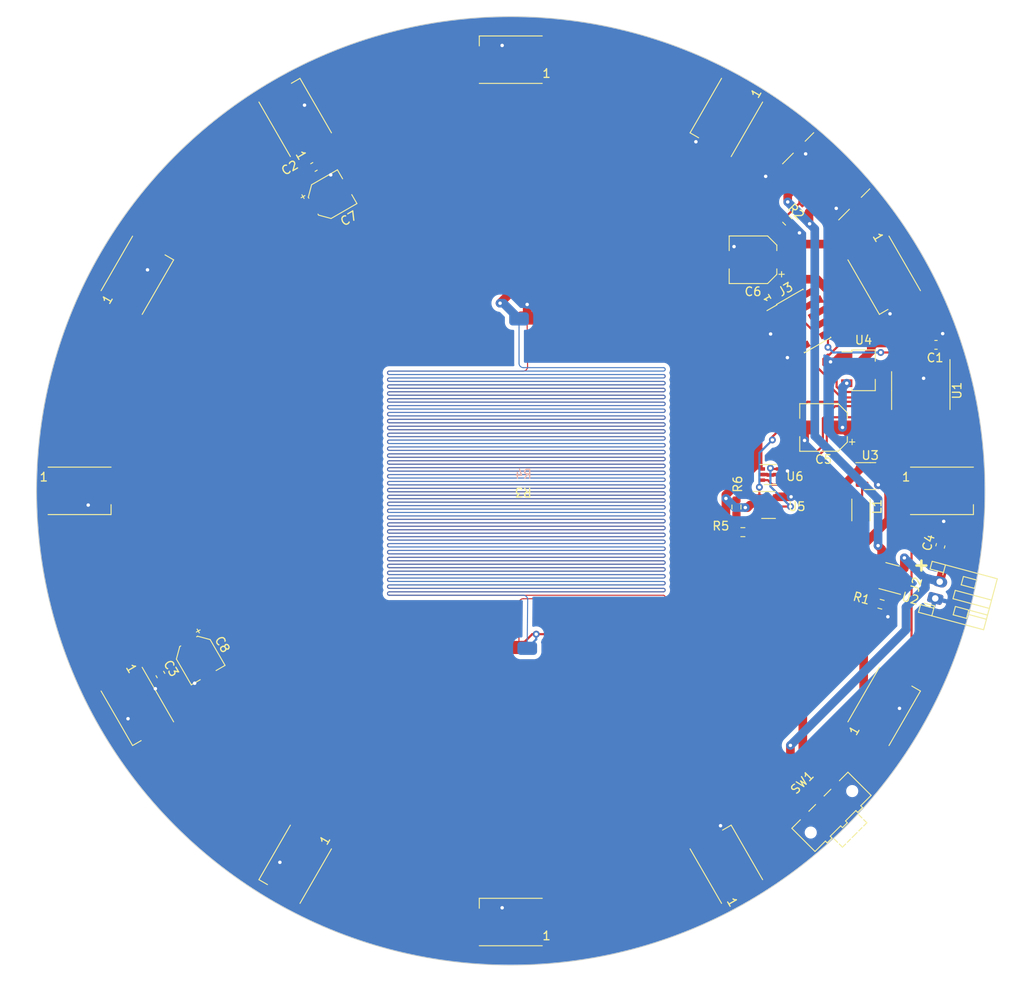
<source format=kicad_pcb>
(kicad_pcb (version 20221018) (generator pcbnew)
  (layers (0 "F.Cu" signal) (31 "B.Cu" signal) (34 "B.Paste" user) (35 "F.Paste" user) (36 "B.SilkS" user "B.Silkscreen") (37 "F.SilkS" user "F.Silkscreen") (38 "B.Mask" user) (39 "F.Mask" user) (44 "Edge.Cuts" user))
  (net 0 "")
  (net 1 "+3V3")
  (net 2 "GND")
  (net 3 "+5V")
  (net 4 "Net-(D1-DOUT)")
  (net 5 "/LED_Data")
  (net 6 "Net-(D2-DOUT)")
  (net 7 "Net-(D3-DOUT)")
  (net 8 "Net-(D4-DOUT)")
  (net 9 "Net-(D4-DIN)")
  (net 10 "Net-(D5-DIN)")
  (net 11 "Net-(D12-DIN)")
  (net 12 "Net-(D7-DIN)")
  (net 13 "Net-(D8-DIN)")
  (net 15 "Net-(D10-DIN)")
  (net 16 "Net-(D11-DIN)")
  (net 27 "/trans")
  (net 28 "/~{RST}")
  (net 29 "/SWDIO")
  (net 31 "/VBat")
  (net 32 "/VUSB")
  (net 33 "/SWCLK")
  (net 34 "Net-(U2-PROG)")
  (net 39 "Net-(J1-CC1)")
  (net 40 "Net-(U5--)")
  (net 41 "/sda")
  (net 42 "Net-(U5-+)")
  (net 43 "/scl")
  (net 44 "Net-(U3-SW)")
  (net 45 "/VBat_switched")
  (footprint "LED_SMD:LED_WS2812B_PLCC4_5.0x5.0mm_P3.2mm" (layer "F.Cu") (at 143.3013 125 60)
    (fp_text reference "D2" hide)
    (fp_text value "WS2812B")
  )
  (footprint "LED_SMD:LED_WS2812B_PLCC4_5.0x5.0mm_P3.2mm" (layer "F.Cu") (at 100 150 180)
    (fp_text reference "D6" hide)
    (fp_text value "WS2812B")
  )
  (footprint "Package_TO_SOT_SMD:SOT-23-5" (layer "F.Cu") (at 143.8629 110.032 165)
    (fp_text reference "U2")
    (fp_text value "LR4054")
  )
  (footprint "Package_TO_SOT_SMD:SOT-89-3" (layer "F.Cu") (at 140.91 86.02)
    (fp_text reference "U4")
    (fp_text value "AMS1117-3.3" hide)
  )
  (footprint "LED_SMD:LED_WS2812B_PLCC4_5.0x5.0mm_P3.2mm" (layer "F.Cu") (at 56.6987 75 60)
    (fp_text reference "D8" hide)
    (fp_text value "WS2812B")
  )
  (footprint "Resistor_SMD:R_0603_1608Metric" (layer "F.Cu") (at 126.915 104.79 180)
    (fp_text reference "R5")
    (fp_text value "9k1")
  )
  (footprint "Capacitor_SMD:C_0603_1608Metric" (layer "F.Cu") (at 149.8194 106.3786 75)
    (fp_text reference "C4")
    (fp_text value "100nf")
  )
  (footprint "Capacitor_SMD:C_0603_1608Metric" (layer "F.Cu") (at 149.31 83.07)
    (fp_text reference "C1")
    (fp_text value "100nf")
  )
  (footprint "LED_SMD:LED_WS2812B_PLCC4_5.0x5.0mm_P3.2mm" (layer "F.Cu") (at 150 100)
    (fp_text reference "D1" hide)
    (fp_text value "WS2812B")
  )
  (footprint "LED_SMD:LED_WS2812B_PLCC4_5.0x5.0mm_P3.2mm" (layer "F.Cu") (at 50 100)
    (fp_text reference "D9" hide)
    (fp_text value "WS2812B")
  )
  (footprint "Capacitor_SMD:CP_Elec_5x3" (layer "F.Cu") (at 128.09 73.2 180)
    (fp_text reference "C6")
    (fp_text value "10uf")
  )
  (footprint "Connector_PinHeader_1.27mm:PinHeader_2x05_P1.27mm_Vertical_SMD" (layer "F.Cu") (at 133.97 80.3 30)
    (fp_text reference "J3")
    (fp_text value "Conn_ARM_JTAG_SWD_10")
  )
  (footprint "Capacitor_SMD:C_0603_1608Metric" (layer "F.Cu") (at 59.3725 121.2988 -60)
    (fp_text reference "C3")
    (fp_text value "100n")
  )
  (footprint "LED_SMD:LED_WS2812B_PLCC4_5.0x5.0mm_P3.2mm" (layer "F.Cu") (at 100 50 180)
    (fp_text reference "D12" hide)
    (fp_text value "WS2812B")
  )
  (footprint "LED_SMD:LED_WS2812B_PLCC4_5.0x5.0mm_P3.2mm" (layer "F.Cu") (at 143.3013 75 -60)
    (fp_text reference "D10" hide)
    (fp_text value "WS2812B")
  )
  (footprint "Package_TO_SOT_SMD:SOT-23-5" (layer "F.Cu") (at 129.8925 101.64)
    (fp_text reference "U5")
    (fp_text value "MCP601R")
  )
  (footprint "Resistor_SMD:R_0603_1608Metric" (layer "F.Cu") (at 142.9331 113.1465 -15)
    (fp_text reference "R1")
    (fp_text value "2k")
  )
  (footprint "LED_SMD:LED_WS2812B_PLCC4_5.0x5.0mm_P3.2mm" (layer "F.Cu") (at 75 56.6987 120)
    (fp_text reference "D7" hide)
    (fp_text value "WS2812B")
  )
  (footprint "Connector_JST:JST_PH_S2B-PH-K_1x02_P2.00mm_Horizontal" (layer "F.Cu") (at 149.2224 112.4719 75)
    (fp_text reference "J2")
    (fp_text value "Conn_01x02_Pin")
  )
  (footprint "LED_SMD:LED_WS2812B_PLCC4_5.0x5.0mm_P3.2mm" (layer "F.Cu") (at 75 143.3013 -120)
    (fp_text reference "D5" hide)
    (fp_text value "WS2812B")
  )
  (footprint "Button_Switch_SMD:SW_SPDT_CK-JS102011SAQN" (layer "F.Cu") (at 137.19 137.22 45)
    (fp_text reference "SW1")
    (fp_text value "SW_SPST")
  )
  (footprint "Package_TO_SOT_SMD:SOT-23" (layer "F.Cu") (at 141.6797 98.2903)
    (fp_text reference "U3")
    (fp_text value "TPS613222ADBZ")
  )
  (footprint "Package_TO_SOT_SMD:SOT-363_SC-70-6" (layer "F.Cu") (at 130.11 98.11)
    (fp_text reference "U6")
    (fp_text value "MCP4017-xxxxLT")
  )
  (footprint "Capacitor_SMD:C_0603_1608Metric" (layer "F.Cu") (at 77.175 62.44 30)
    (fp_text reference "C2")
    (fp_text value "100n")
  )
  (footprint "Resistor_SMD:R_0603_1608Metric" (layer "F.Cu") (at 132.0666 68.6466 -45)
    (fp_text reference "R2")
    (fp_text value "5k1")
  )
  (footprint "LED_SMD:LED_WS2812B_PLCC4_5.0x5.0mm_P3.2mm" (layer "F.Cu") (at 125 143.3013 120)
    (fp_text reference "D3" hide)
    (fp_text value "WS2812B")
  )
  (footprint "Inductor_SMD:L_Murata_DFE201610P" (layer "F.Cu") (at 140.61 102.215 90)
    (fp_text reference "L1")
    (fp_text value "4.7uh")
  )
  (footprint "Capacitor_SMD:CP_Elec_4x3" (layer "F.Cu") (at 79.0712 65.86 30)
    (fp_text reference "C7")
    (fp_text value "4.7u")
  )
  (footprint "Capacitor_SMD:CP_Elec_5x3" (layer "F.Cu") (at 136.27 92.65 180)
    (fp_text reference "C5")
    (fp_text value "10uf" hide)
  )
  (footprint "Capacitor_SMD:CP_Elec_4x3" (layer "F.Cu") (at 63.78 119.4112 -60)
    (fp_text reference "C8")
    (fp_text value "4.7u")
  )
  (footprint "Sensor:strain_gauge" (layer "F.Cu") (at 101.45 99.66 180)
    (fp_text reference "R3")
    (fp_text value "~")
  )
  (footprint "Resistor_SMD:R_0603_1608Metric" (layer "F.Cu") (at 126.17 101.875 -90)
    (fp_text reference "R6")
    (fp_text value "510k")
  )
  (footprint "LED_SMD:LED_WS2812B_PLCC4_5.0x5.0mm_P3.2mm" (layer "F.Cu") (at 56.6987 125 -60)
    (fp_text reference "D4" hide)
    (fp_text value "WS2812B")
  )
  (footprint "Connector_USB:USB_C_Receptacle_GCT_USB4135-GF-A_6P_TopMnt_Horizontal" (layer "F.Cu") (at 136.26 63.8421 135)
    (fp_text reference "J1" hide)
    (fp_text value "USB_C_Receptacle")
  )
  (footprint "Package_SO:TSSOP-20_4.4x6.5mm_P0.65mm" (layer "F.Cu") (at 147.5475 88.375 -90)
    (fp_text reference "U1")
    (fp_text value "STM32G030F6P6")
  )
  (footprint "LED_SMD:LED_WS2812B_PLCC4_5.0x5.0mm_P3.2mm" (layer "F.Cu") (at 125 56.6987 -120)
    (fp_text reference "D11" hide)
    (fp_text value "WS2812B")
  )
  (footprint "Sensor:strain_gauge" (layer "B.Cu") (at 101.46 98.56 180)
    (fp_text reference "R4")
    (fp_text value "~")
  )
  (gr_circle (center 100 100) (end 155 100) (stroke (width 0.1)) (fill none) (layer "Edge.Cuts"))
  (gr_text "+" (at 146.49 109.43) (layer "F.SilkS") (effects (font (size 1.5 1.5) (thickness 0.3) bold) (justify left bottom)))
  (gr_text "1" (at 130.36 77.86 120) (layer "F.SilkS") (effects (font (size 0.7 0.9) (thickness 0.15) bold) (justify left bottom)))
  (segment (start 127.7439 101.64) (end 128.755 101.64) (width 0.601) (layer "F.Cu") (net 1))
  (segment (start 135.4961 75.4584) (end 130.29 75.4584) (width 1) (layer "F.Cu") (net 1))
  (segment (start 142.231 82.8527) (end 142.231 82.1933) (width 1) (layer "F.Cu") (net 1))
  (segment (start 127.4456 101.9383) (end 127.1973 101.9383) (width 1) (layer "F.Cu") (net 1))
  (segment (start 128.6819 77.0665) (end 99.9335 77.0665) (width 1) (layer "F.Cu") (net 1))
  (segment (start 148.5225 84.0743) (end 148.5225 85.5125) (width 0.4006) (layer "F.Cu") (net 1))
  (segment (start 148.5225 83.0825) (end 148.2927 82.8527) (width 1) (layer "F.Cu") (net 1))
  (segment (start 128.7273 97.0273) (end 129.16 97.46) (width 0.3998) (layer "F.Cu") (net 1))
  (segment (start 129.002455 77.0665) (end 128.6819 77.0665) (width 1) (layer "F.Cu") (net 1))
  (segment (start 141.7998 83.7807) (end 141.7998 83.2839) (width 1) (layer "F.Cu") (net 1))
  (segment (start 124.949 103.649) (end 124.949 100.8805) (width 1) (layer "F.Cu") (net 1))
  (segment (start 139.0475 86.02) (end 139.5605 86.02) (width 1) (layer "F.Cu") (net 1))
  (segment (start 128.6819 77.0665) (end 130.29 75.4584) (width 1) (layer "F.Cu") (net 1))
  (segment (start 131.01125 79.075295) (end 129.002455 77.0665) (width 1) (layer "F.Cu") (net 1))
  (segment (start 141.7998 83.2839) (end 142.231 82.8527) (width 1) (layer "F.Cu") (net 1))
  (segment (start 142.231 82.1933) (end 135.4961 75.4584) (width 1) (layer "F.Cu") (net 1))
  (segment (start 130.29 75.4584) (end 130.29 73.2) (width 1) (layer "F.Cu") (net 1))
  (segment (start 148.5225 83.0825) (end 148.5225 84.0743) (width 1) (layer "F.Cu") (net 1))
  (segment (start 124.949 100.8805) (end 124.949 100.4647) (width 1) (layer "F.Cu") (net 1))
  (segment (start 148.535 83.07) (end 148.5225 83.0825) (width 1) (layer "F.Cu") (net 1))
  (segment (start 128.4318 96.9819) (end 128.6819 96.9819) (width 1) (layer "F.Cu") (net 1))
  (segment (start 148.2927 82.8527) (end 142.231 82.8527) (width 1) (layer "F.Cu") (net 1))
  (segment (start 127.7439 101.64) (end 127.4456 101.9383) (width 1) (layer "F.Cu") (net 1))
  (segment (start 99.9335 77.0665) (end 98.76 78.24) (width 1) (layer "F.Cu") (net 1))
  (segment (start 139.5605 86.02) (end 141.7998 83.7807) (width 1) (layer "F.Cu") (net 1))
  (segment (start 128.6819 96.9819) (end 128.6819 77.0665) (width 1) (layer "F.Cu") (net 1))
  (segment (start 126.09 104.79) (end 124.949 103.649) (width 1) (layer "F.Cu") (net 1))
  (segment (start 124.949 100.4647) (end 128.4318 96.9819) (width 1) (layer "F.Cu") (net 1))
  (segment (start 128.6819 96.9819) (end 128.7273 97.0273) (width 1) (layer "F.Cu") (net 1))
  (via (at 98.76 78.24) (size 1) (drill 0.4) (layers "F.Cu" "B.Cu") (net 1))
  (via (at 127.1973 101.9383) (size 1) (drill 0.4) (layers "F.Cu" "B.Cu") (net 1))
  (via (at 124.949 100.8805) (size 1) (drill 0.4) (layers "F.Cu" "B.Cu") (net 1))
  (segment (start 98.76 78.24) (end 99.14 78.24) (width 1) (layer "B.Cu") (net 1))
  (segment (start 127.1973 101.9383) (end 126.0068 101.9383) (width 1) (layer "B.Cu") (net 1))
  (segment (start 126.0068 101.9383) (end 124.949 100.8805) (width 1) (layer "B.Cu") (net 1))
  (segment (start 99.14 78.24) (end 100.96 80.06) (width 1) (layer "B.Cu") (net 1))
  (segment (start 147.8725 85.5125) (end 147.8725 86.9507) (width 0.4006) (layer "F.Cu") (net 2))
  (segment (start 138.7508 68.599) (end 138.7509 68.599) (width 1) (layer "F.Cu") (net 2))
  (segment (start 133.195295 83.474705) (end 132.12 84.55) (width 1) (layer "F.Cu") (net 2))
  (segment (start 136.0602 67.9309) (end 136.9796 67.0115) (width 1) (layer "F.Cu") (net 2))
  (segment (start 150.02 105.63) (end 150.02 103.723) (width 1) (layer "F.Cu") (net 2))
  (segment (start 138.7508 68.0654) (end 138.7508 68.599) (width 1) (layer "F.Cu") (net 2))
  (segment (start 150.02 103.723) (end 150.2037 103.5393) (width 1) (layer "F.Cu") (net 2))
  (segment (start 129.7228 98.11) (end 129.7787 98.1659) (width 0.3998) (layer "F.Cu") (net 2))
  (segment (start 125.89 71.6759) (end 125.89 73.2) (width 1) (layer "F.Cu") (net 2))
  (segment (start 129.7927 63.5303) (end 130.3998 64.1374) (width 1) (layer "F.Cu") (net 2))
  (segment (start 130.4414 98.1659) (end 130.4973 98.11) (width 0.3998) (layer "F.Cu") (net 2))
  (segment (start 72.3461 144.5981) (end 73.2253 143.0753) (width 1) (layer "F.Cu") (net 2))
  (segment (start 125.2039 140.3545) (end 124.3247 138.8318) (width 1) (layer "F.Cu") (net 2))
  (segment (start 132.0853 97.6955) (end 131.785 97.9958) (width 0.3998) (layer "F.Cu") (net 2))
  (segment (start 143.68 113.310037) (end 143.729989 113.360026) (width 0.25) (layer "F.Cu") (net 2))
  (segment (start 63.341 122.309) (end 64.68 120.97) (width 1) (layer "F.Cu") (net 2))
  (segment (start 138.96 84.52) (end 138.13 84.52) (width 1) (layer "F.Cu") (net 2))
  (segment (start 101.9 78.3865) (end 101.9 79.96) (width 1) (layer "F.Cu") (net 2))
  (segment (start 130.428 64.1374) (end 131.2519 64.9612) (width 1) (layer "F.Cu") (net 2))
  (segment (start 138.7508 68.0654) (end 139.2846 68.0654) (width 1) (layer "F.Cu") (net 2))
  (segment (start 145.9552 123.7032) (end 145.076 125.226) (width 1) (layer "F.Cu") (net 2))
  (segment (start 137.7432 67.2413) (end 137.2094 67.2413) (width 1) (layer "F.Cu") (net 2))
  (segment (start 133.55125 83.474705) (end 133.255295 83.474705) (width 1) (layer "F.Cu") (net 2))
  (segment (start 97.55 148.35) (end 99.0001 148.35) (width 1) (layer "F.Cu") (net 2))
  (segment (start 152.45 101.65) (end 151.725 101.65) (width 1) (layer "F.Cu") (net 2))
  (segment (start 79.124 63.3303) (end 77.8462 62.0525) (width 1) (layer "F.Cu") (net 2))
  (segment (start 79.124 63.358) (end 80.63 64.864) (width 1) (layer "F.Cu") (net 2))
  (segment (start 97.55 48.35) (end 99.0001 48.35) (width 1) (layer "F.Cu") (net 2))
  (segment (start 143.0974 77.9468) (end 143.9766 79.4695) (width 1) (layer "F.Cu") (net 2))
  (segment (start 58.6857 74.3701) (end 59.3526 73.7032) (width 1) (layer "F.Cu") (net 2))
  (segment (start 143.73 113.36) (end 143.73 114.5999) (width 1) (layer "F.Cu") (net 2))
  (segment (start 58.7859 122.9441) (end 59.76 121.97) (width 1) (layer "F.Cu") (net 2))
  (segment (start 129.7787 98.1659) (end 130.4414 98.1659) (width 0.3998) (layer "F.Cu") (net 2))
  (segment (start 144.961641 110.326407) (end 144.178766 110.326407) (width 0.25) (layer "F.Cu") (net 2))
  (segment (start 131.64625 80.175148) (end 131.64625 80.64) (width 1) (layer "F.Cu") (net 2))
  (segment (start 132.505 100.69) (end 131.03 100.69) (width 1) (layer "F.Cu") (net 2))
  (segment (start 143.68 110.825173) (end 143.68 113.310037) (width 0.25) (layer "F.Cu") (net 2))
  (segment (start 57.8735 74.3701) (end 58.6857 74.3701) (width 1) (layer "F.Cu") (net 2))
  (segment (start 129.5584 63.5303) (end 129.7927 63.5303) (width 1) (layer "F.Cu") (net 2))
  (segment (start 137.7785 69.5714) (end 138.7509 68.599) (width 1) (layer "F.Cu") (net 2))
  (segment (start 122.3461 57.9955) (end 121.4669 59.5183) (width 1) (layer "F.Cu") (net 2))
  (segment (start 150.085 81.7682) (end 150.085 83.07) (width 1) (layer "F.Cu") (net 2))
  (segment (start 130.665 81.275) (end 130.13 81.81) (width 1) (layer "F.Cu") (net 2))
  (segment (start 132.1712 64.0419) (end 131.2519 64.9612) (width 1) (layer "F.Cu") (net 2))
  (segment (start 133.255295 83.474705) (end 133.195295 83.474705) (width 1) (layer "F.Cu") (net 2))
  (segment (start 130.3998 64.1374) (end 130.428 64.1374) (width 1) (layer "F.Cu") (net 2))
  (segment (start 132.28125 81.275) (end 130.665 81.275) (width 1) (layer "F.Cu") (net 2))
  (segment (start 52.45 101.65) (end 50.9999 101.65) (width 1) (layer "F.Cu") (net 2))
  (segment (start 137.2094 67.2413) (end 136.9796 67.0115) (width 1) (layer "F.Cu") (net 2))
  (segment (start 140.31 67.04) (end 139.2846 68.0654) (width 1) (layer "F.Cu") (net 2))
  (segment (start 132.65 69.2572) (end 132.65 69.23) (width 1) (layer "F.Cu") (net 2))
  (segment (start 130.5307 62.3236) (end 129.5584 63.2959) (width 1) (layer "F.Cu") (net 2))
  (segment (start 131.64625 80.64) (end 132.28125 81.275) (width 1) (layer "F.Cu") (net 2))
  (segment (start 75.2039 53.7519) (end 76.0831 55.2748) (width 1) (layer "F.Cu") (net 2))
  (segment (start 129.5584 63.5303) (end 129.5584 63.296) (width 1) (layer "F.Cu") (net 2))
  (segment (start 137.9267 67.2413) (end 137.7432 67.2413) (width 1) (layer "F.Cu") (net 2))
  (segment (start 144.178766 110.326407) (end 143.68 110.825173) (width 0.25) (layer "F.Cu") (net 2))
  (segment (start 138.13 84.52) (end 137.61 85.04) (width 1) (layer "F.Cu") (net 2))
  (segment (start 129.16 98.11) (end 129.7228 98.11) (width 0.3998) (layer "F.Cu") (net 2))
  (segment (start 150.2037 103.1713) (end 151.725 101.65) (width 1) (layer "F.Cu") (net 2))
  (segment (start 142.6172 98.2903) (end 142.6172 99.295) (width 1) (layer "F.Cu") (net 2))
  (segment (start 131.06 98.11) (end 131.785 98.11) (width 0.3998) (layer "F.Cu") (net 2))
  (segment (start 133.0621 59.7921) (end 134.1936 60.9236) (width 1) (layer "F.Cu") (net 2))
  (segment (start 80.63 64.864) (end 80.63 64.96) (width 1) (layer "F.Cu") (net 2))
  (segment (start 79.124 63.358) (end 79.124 63.3303) (width 1) (layer "F.Cu") (net 2))
  (segment (start 134.07 92.65) (end 134.07 94.1553) (width 1) (layer "F.Cu") (net 2))
  (segment (start 131.785 97.9958) (end 131.785 98.11) (width 0.3998) (layer "F.Cu") (net 2))
  (segment (start 150.2037 103.5393) (end 150.2037 103.1713) (width 1) (layer "F.Cu") (net 2))
  (segment (start 129.5584 63.296) (end 129.5584 63.2959) (width 1) (layer "F.Cu") (net 2))
  (segment (start 130.4973 98.11) (end 131.06 98.11) (width 0.3998) (layer "F.Cu") (net 2))
  (segment (start 133.4762 70.0834) (end 132.65 69.2572) (width 1) (layer "F.Cu") (net 2))
  (segment (start 138.7508 68.0654) (end 137.9267 67.2413) (width 1) (layer "F.Cu") (net 2))
  (segment (start 56.4948 127.9468) (end 55.6156 126.4239) (width 1) (layer "F.Cu") (net 2))
  (segment (start 132.12 84.55) (end 132.08 84.55) (width 1) (layer "F.Cu") (net 2))
  (segment (start 137.61 85.04) (end 137.08 85.04) (width 1) (layer "F.Cu") (net 2))
  (via (at 58.7859 122.9441) (size 1) (drill 0.4) (layers "F.Cu" "B.Cu") (net 2))
  (via (at 145.076 125.226) (size 1) (drill 0.4) (layers "F.Cu" "B.Cu") (net 2))
  (via (at 130.13 81.81) (size 1) (drill 0.4) (layers "F.Cu" "B.Cu") (net 2))
  (via (at 99.0001 48.35) (size 1) (drill 0.4) (layers "F.Cu" "B.Cu") (net 2))
  (via (at 99.0001 148.35) (size 1) (drill 0.4) (layers "F.Cu" "B.Cu") (net 2))
  (via (at 143.9766 79.4695) (size 1) (drill 0.4) (layers "F.Cu" "B.Cu") (net 2))
  (via (at 132.08 84.55) (size 1) (drill 0.4) (layers "F.Cu" "B.Cu") (net 2))
  (via (at 150.2037 103.5393) (size 1) (drill 0.4) (layers "F.Cu" "B.Cu") (net 2))
  (via (at 50.9999 101.65) (size 1) (drill 0.4) (layers "F.Cu" "B.Cu") (net 2))
  (via (at 129.5584 63.5303) (size 1) (drill 0.4) (layers "F.Cu" "B.Cu") (net 2))
  (via (at 134.07 94.1553) (size 1) (drill 0.4) (layers "F.Cu" "B.Cu") (net 2))
  (via (at 76.0831 55.2748) (size 1) (drill 0.4) (layers "F.Cu" "B.Cu") (net 2))
  (via (at 124.3247 138.8318) (size 1) (drill 0.4) (layers "F.Cu" "B.Cu") (net 2))
  (via (at 143.73 114.5999) (size 1) (drill 0.4) (layers "F.Cu" "B.Cu") (net 2))
  (via (at 125.89 71.6759) (size 1) (drill 0.4) (layers "F.Cu" "B.Cu") (net 2))
  (via (at 150.085 81.7682) (size 1) (drill 0.4) (layers "F.Cu" "B.Cu") (net 2))
  (via (at 132.505 100.69) (size 1) (drill 0.4) (layers "F.Cu" "B.Cu") (net 2))
  (via (at 55.6156 126.4239) (size 1) (drill 0.4) (layers "F.Cu" "B.Cu") (net 2))
  (via (at 137.7432 67.2413) (size 1) (drill 0.4) (layers "F.Cu" "B.Cu") (net 2))
  (via (at 132.0853 97.6955) (size 1) (drill 0.4) (layers "F.Cu" "B.Cu") (net 2))
  (via (at 121.4669 59.5183) (size 1) (drill 0.4) (layers "F.Cu" "B.Cu") (net 2))
  (via (at 73.2253 143.0753) (size 1) (drill 0.4) (layers "F.Cu" "B.Cu") (net 2))
  (via (at 142.6172 99.295) (size 1) (drill 0.4) (layers "F.Cu" "B.Cu") (net 2))
  (via (at 134.1936 60.9236) (size 1) (drill 0.4) (layers "F.Cu" "B.Cu") (net 2))
  (via (at 133.4762 70.0834) (size 1) (drill 0.4) (layers "F.Cu" "B.Cu") (net 2))
  (via (at 57.8735 74.3701) (size 1) (drill 0.4) (layers "F.Cu" "B.Cu") (net 2))
  (via (at 63.341 122.309) (size 1) (drill 0.4) (layers "F.Cu" "B.Cu") (net 2))
  (via (at 147.8725 86.9507) (size 1) (drill 0.4) (layers "F.Cu" "B.Cu") (net 2))
  (via (at 101.9 78.3865) (size 1) (drill 0.4) (layers "F.Cu" "B.Cu") (net 2))
  (via (at 137.08 85.04) (size 1) (drill 0.4) (layers "F.Cu" "B.Cu") (net 2))
  (via (at 79.124 63.358) (size 1) (drill 0.4) (layers "F.Cu" "B.Cu") (net 2))
  (segment (start 63.2137 79.5458) (end 56.2532 79.5458) (width 1) (layer "F.Cu") (net 3))
  (segment (start 125.4776 61.2678) (end 125.4776 63.811) (width 1) (layer "F.Cu") (net 3))
  (segment (start 144.2926 99.7922) (end 144.2926 99.0049) (width 1) (layer "F.Cu") (net 3))
  (segment (start 102.45 151.65) (end 103.9001 151.65) (width 1) (layer "F.Cu") (net 3))
  (segment (start 53.4737 78.1277) (end 53.1656 77.8196) (width 1) (layer "F.Cu") (net 3))
  (segment (start 54.0448 76.2968) (end 53.1656 77.8196) (width 1) (layer "F.Cu") (net 3))
  (segment (start 60.1618 120.5706) (end 62.1029 122.5118) (width 1) (layer "F.Cu") (net 3))
  (segment (start 103.9001 147.61) (end 109.0768 142.4333) (width 1) (layer "F.Cu") (net 3))
  (segment (start 120.8795 142.4333) (end 120.8795 117.0777) (width 1) (layer "F.Cu") (net 3))
  (segment (start 143.8174 103.3598) (end 143.8174 100.3288) (width 1) (layer "F.Cu") (net 3))
  (segment (start 59.042 120.5706) (end 60.1617 120.5706) (width 1) (layer "F.Cu") (net 3))
  (segment (start 103.9001 147.61) (end 103.9001 151.65) (width 1) (layer "F.Cu") (net 3))
  (segment (start 120.8795 142.4333) (end 123.1715 144.7253) (width 1) (layer "F.Cu") (net 3))
  (segment (start 56.9026 122.0532) (end 56.0234 120.5305) (width 1) (layer "F.Cu") (net 3))
  (segment (start 62.1029 122.5118) (end 62.1029 122.7948) (width 1) (layer "F.Cu") (net 3))
  (segment (start 54.8351 78.1277) (end 53.4737 78.1277) (width 1) (layer "F.Cu") (net 3))
  (segment (start 102.45 51.65) (end 103.9001 51.65) (width 1) (layer "F.Cu") (net 3))
  (segment (start 109.0768 142.4333) (end 120.8795 142.4333) (width 1) (layer "F.Cu") (net 3))
  (segment (start 141.0076 97.0749) (end 140.7422 97.3403) (width 1) (layer "F.Cu") (net 3))
  (segment (start 56.2532 79.5458) (end 54.8351 78.1277) (width 1) (layer "F.Cu") (net 3))
  (segment (start 140.9222 106.255) (end 143.8174 103.3598) (width 1) (layer "F.Cu") (net 3))
  (segment (start 56.1005 99.7502) (end 53.5502 97.1999) (width 1) (layer "F.Cu") (net 3))
  (segment (start 140.6169 97.3403) (end 140.7422 97.3403) (width 1) (layer "F.Cu") (net 3))
  (segment (start 60.1617 120.5706) (end 60.1618 120.5706) (width 1) (layer "F.Cu") (net 3))
  (segment (start 78.5331 139.225) (end 78.5331 140.4817) (width 1) (layer "F.Cu") (net 3))
  (segment (start 78.5331 140.4817) (end 96.7718 140.4817) (width 1) (layer "F.Cu") (net 3))
  (segment (start 76.5038 66.2557) (end 63.2137 79.5458) (width 1) (layer "F.Cu") (net 3))
  (segment (start 75.6752 61.1683) (end 75.6753 61.1682) (width 1) (layer "F.Cu") (net 3))
  (segment (start 77.5124 66.76) (end 77.0081 66.76) (width 1) (layer "F.Cu") (net 3))
  (segment (start 56.2532 79.5458) (end 56.2532 94.4969) (width 1) (layer "F.Cu") (net 3))
  (segment (start 141.0076 95.1876) (end 138.47 92.65) (width 1) (layer "F.Cu") (net 3))
  (segment (start 58.8108 120.4534) (end 56.1005 120.4534) (width 1) (layer "F.Cu") (net 3))
  (segment (start 125.4776 63.811) (end 133.0518 71.3852) (width 1) (layer "F.Cu") (net 3))
  (segment (start 144.2926 99.0049) (end 144.7838 98.5137) (width 1) (layer "F.Cu") (net 3))
  (segment (start 56.1005 120.4534) (end 56.0234 120.5305) (width 1) (layer "F.Cu") (net 3))
  (segment (start 141.0076 97.0749) (end 141.0076 95.1876) (width 1) (layer "F.Cu") (net 3))
  (segment (start 62.88 117.8524) (end 60.1618 120.5706) (width 1) (layer "F.Cu") (net 3))
  (segment (start 75.6753 61.1682) (end 77.5 60.22) (width 1) (layer "F.Cu") (net 3))
  (segment (start 62.1029 122.7948) (end 78.5331 139.225) (width 1) (layer "F.Cu") (net 3))
  (segment (start 143.3449 97.0749) (end 141.0076 97.0749) (width 1) (layer "F.Cu") (net 3))
  (segment (start 56.2532 94.4969) (end 53.5502 97.1999) (width 1) (layer "F.Cu") (net 3))
  (segment (start 50.1502 97.1999) (end 49.0001 98.35) (width 1) (layer "F.Cu") (net 3))
  (segment (start 120.8795 117.0777) (end 140.6169 97.3403) (width 1) (layer "F.Cu") (net 3))
  (segment (start 141.7713 71.3852) (end 142.626 70.5305) (width 1) (layer "F.Cu") (net 3))
  (segment (start 76.5038 62.8275) (end 75.6752 61.9989) (width 1) (layer "F.Cu") (net 3))
  (segment (start 124.7961 146.2481) (end 123.9169 144.7252) (width 1) (layer "F.Cu") (net 3))
  (segment (start 103.9001 51.65) (end 113.5179 61.2678) (width 1) (layer "F.Cu") (net 3))
  (segment (start 53.5502 97.1999) (end 50.1502 97.1999) (width 1) (layer "F.Cu") (net 3))
  (segment (start 143.8175 100.2673) (end 144.2926 99.7922) (width 1) (layer "F.Cu") (net 3))
  (segment (start 91.8505 60.7994) (end 100.9999 51.65) (width 1) (layer "F.Cu") (net 3))
  (segment (start 100.9999 51.65) (end 102.45 51.65) (width 1) (layer "F.Cu") (net 3))
  (segment (start 77.0081 66.76) (end 76.5038 66.2557) (width 1) (layer "F.Cu") (net 3))
  (segment (start 113.5179 61.2678) (end 125.4776 61.2678) (width 1) (layer "F.Cu") (net 3))
  (segment (start 47.55 98.35) (end 49.0001 98.35) (width 1) (layer "F.Cu") (net 3))
  (segment (start 126.7747 59.9707) (end 126.7747 56.9247) (width 1) (layer "F.Cu") (net 3))
  (segment (start 58.985 120.6276) (end 58.8108 120.4534) (width 1) (layer "F.Cu") (net 3))
  (segment (start 141.5266 124.774) (end 140.9222 124.1696) (width 1) (layer "F.Cu") (net 3))
  (segment (start 143.8175 100.3287) (end 143.8175 100.2673) (width 1) (layer "F.Cu") (net 3))
  (segment (start 147.55 98.35) (end 146.0999 98.35) (width 1) (layer "F.Cu") (net 3))
  (segment (start 144.9475 98.35) (end 146.0999 98.35) (width 1) (layer "F.Cu") (net 3))
  (segment (start 75.6752 61.9989) (end 75.6752 61.1683) (width 1) (layer "F.Cu") (net 3))
  (segment (start 140.9222 124.1696) (end 140.9222 106.255) (width 1) (layer "F.Cu") (net 3))
  (segment (start 133.0518 71.3852) (end 141.7713 71.3852) (width 1) (layer "F.Cu") (net 3))
  (segment (start 77.6539 142.0045) (end 78.5331 140.4817) (width 1) (layer "F.Cu") (net 3))
  (segment (start 143.5052 72.0532) (end 142.626 70.5305) (width 1) (layer "F.Cu") (net 3))
  (segment (start 96.7718 140.4817) (end 103.9001 147.61) (width 1) (layer "F.Cu") (net 3))
  (segment (start 123.1715 144.7253) (end 123.9168 144.7253) (width 1) (layer "F.Cu") (net 3))
  (segment (start 140.6474 126.2968) (end 141.5266 124.774) (width 1) (layer "F.Cu") (net 3))
  (segment (start 144.7838 98.5137) (end 144.9475 98.35) (width 1) (layer "F.Cu") (net 3))
  (segment (start 56.1005 120.4534) (end 56.1005 99.7502) (width 1) (layer "F.Cu") (net 3))
  (segment (start 77.5 60.22) (end 91.8505 60.7994) (width 1) (layer "F.Cu") (net 3))
  (segment (start 127.6539 55.4019) (end 126.7747 56.9247) (width 1) (layer "F.Cu") (net 3))
  (segment (start 74.7961 59.6455) (end 75.6753 61.1682) (width 1) (layer "F.Cu") (net 3))
  (segment (start 58.985 120.6276) (end 59.042 120.5706) (width 1) (layer "F.Cu") (net 3))
  (segment (start 143.8174 100.3288) (end 143.8175 100.3287) (width 1) (layer "F.Cu") (net 3))
  (segment (start 76.5038 66.2557) (end 76.5038 62.8275) (width 1) (layer "F.Cu") (net 3))
  (segment (start 123.9168 144.7253) (end 123.9169 144.7252) (width 1) (layer "F.Cu") (net 3))
  (segment (start 125.4776 61.2678) (end 126.7747 59.9707) (width 1) (layer "F.Cu") (net 3))
  (segment (start 144.7838 98.5137) (end 143.3449 97.0749) (width 1) (layer "F.Cu") (net 3))
  (via (at 138.47 92.65) (size 1) (drill 0.4) (layers "F.Cu" "B.Cu") (net 3))
  (via (at 138.96 87.52) (size 1) (drill 0.4) (layers "F.Cu" "B.Cu") (net 3))
  (segment (start 138.47 88.01) (end 138.96 87.52) (width 1) (layer "B.Cu") (net 3))
  (segment (start 138.47 92.65) (end 138.47 88.01) (width 1) (layer "B.Cu") (net 3))
  (segment (start 143.0974 122.0532) (end 143.7388 120.9422) (width 0.25) (layer "F.Cu") (net 4))
  (segment (start 147.55 101.65) (end 146.4749 101.65) (width 0.25) (layer "F.Cu") (net 4))
  (segment (start 146.4749 101.65) (end 146.4749 118.2061) (width 0.25) (layer "F.Cu") (net 4))
  (segment (start 146.4749 118.2061) (end 143.7388 120.9422) (width 0.25) (layer "F.Cu") (net 4))
  (segment (start 151.3749 98.35) (end 147.2225 94.1976) (width 0.25) (layer "F.Cu") (net 5))
  (segment (start 147.2225 94.1976) (end 147.2225 91.2375) (width 0.25) (layer "F.Cu") (net 5))
  (segment (start 152.45 98.35) (end 151.3749 98.35) (width 0.25) (layer "F.Cu") (net 5))
  (segment (start 124.0986 142.0045) (end 130.7524 142.0045) (width 0.25) (layer "F.Cu") (net 6))
  (segment (start 122.3461 142.0045) (end 122.9876 143.1155) (width 0.25) (layer "F.Cu") (net 6))
  (segment (start 142.8638 129.8931) (end 142.8638 129.0578) (width 0.25) (layer "F.Cu") (net 6))
  (segment (start 122.9876 143.1155) (end 124.0986 142.0045) (width 0.25) (layer "F.Cu") (net 6))
  (segment (start 143.5052 127.9468) (end 142.8638 129.0578) (width 0.25) (layer "F.Cu") (net 6))
  (segment (start 130.7524 142.0045) (end 142.8638 129.8931) (width 0.25) (layer "F.Cu") (net 6))
  (segment (start 126.7924 145.9168) (end 128.0877 145.9168) (width 0.25) (layer "F.Cu") (net 7))
  (segment (start 128.0877 145.9168) (end 128.2954 145.7091) (width 0.25) (layer "F.Cu") (net 7))
  (segment (start 125.1698 147.5394) (end 126.7924 145.9168) (width 0.25) (layer "F.Cu") (net 7))
  (segment (start 127.6539 144.5981) (end 128.2954 145.7091) (width 0.25) (layer "F.Cu") (net 7))
  (segment (start 118.9438 147.5394) (end 125.1698 147.5394) (width 0.25) (layer "F.Cu") (net 7))
  (segment (start 97.55 151.65) (end 98.6251 151.65) (width 0.25) (layer "F.Cu") (net 7))
  (segment (start 114.0025 152.4807) (end 118.9438 147.5394) (width 0.25) (layer "F.Cu") (net 7))
  (segment (start 98.6251 151.65) (end 99.4558 152.4807) (width 0.25) (layer "F.Cu") (net 7))
  (segment (start 99.4558 152.4807) (end 114.0025 152.4807) (width 0.25) (layer "F.Cu") (net 7))
  (segment (start 53.5251 122.4704) (end 53.5251 98.35) (width 0.25) (layer "F.Cu") (net 8))
  (segment (start 54.0448 123.7032) (end 53.4033 122.5922) (width 0.25) (layer "F.Cu") (net 8))
  (segment (start 52.45 98.35) (end 53.5251 98.35) (width 0.25) (layer "F.Cu") (net 8))
  (segment (start 53.4033 122.5922) (end 53.5251 122.4704) (width 0.25) (layer "F.Cu") (net 8))
  (segment (start 59.9941 127.4078) (end 61.8494 127.4078) (width 0.25) (layer "F.Cu") (net 9))
  (segment (start 61.8494 127.4078) (end 74.7961 140.3545) (width 0.25) (layer "F.Cu") (net 9))
  (segment (start 59.3526 126.2968) (end 59.9941 127.4078) (width 0.25) (layer "F.Cu") (net 9))
  (segment (start 102.45 148.35) (end 101.3749 148.35) (width 0.25) (layer "F.Cu") (net 10))
  (segment (start 75.8454 145.137) (end 76.9565 146.2481) (width 0.25) (layer "F.Cu") (net 10))
  (segment (start 75.2039 146.2481) (end 75.8454 145.137) (width 0.25) (layer "F.Cu") (net 10))
  (segment (start 76.9565 146.2481) (end 99.273 146.2481) (width 0.25) (layer "F.Cu") (net 10))
  (segment (start 99.273 146.2481) (end 101.3749 148.35) (width 0.25) (layer "F.Cu") (net 10))
  (segment (start 77.653942 57.995462) (end 90.1294 57.9955) (width 0.25) (layer "F.Cu") (net 11))
  (segment (start 96.4749 51.65) (end 97.55 51.65) (width 0.25) (layer "F.Cu") (net 11))
  (segment (start 90.1294 57.9955) (end 96.4749 51.65) (width 0.25) (layer "F.Cu") (net 11))
  (segment (start 72.3461 57.1544) (end 72.3461 62.1512) (width 0.25) (layer "F.Cu") (net 12))
  (segment (start 57.6615 76.8358) (end 57.5442 76.8358) (width 0.25) (layer "F.Cu") (net 12))
  (segment (start 57.5442 76.8358) (end 57.5441 76.8357) (width 0.25) (layer "F.Cu") (net 12))
  (segment (start 72.3461 62.1512) (end 57.6615 76.8358) (width 0.25) (layer "F.Cu") (net 12))
  (segment (start 72.9876 56.5129) (end 72.3461 57.1544) (width 0.25) (layer "F.Cu") (net 12))
  (segment (start 72.3461 55.4019) (end 72.9876 56.5129) (width 0.25) (layer "F.Cu") (net 12))
  (segment (start 56.9026 77.9468) (end 57.5441 76.8357) (width 0.25) (layer "F.Cu") (net 12))
  (segment (start 55.7359 73.1642) (end 55.8532 73.1642) (width 0.25) (layer "F.Cu") (net 13))
  (segment (start 55.8532 73.1642) (end 55.8533 73.1643) (width 0.25) (layer "F.Cu") (net 13))
  (segment (start 46.4749 101.65) (end 46.4749 91.1522) (width 0.25) (layer "F.Cu") (net 13))
  (segment (start 47.55 101.65) (end 46.4749 101.65) (width 0.25) (layer "F.Cu") (net 13))
  (segment (start 46.4749 91.1522) (end 52.1144 85.5127) (width 0.25) (layer "F.Cu") (net 13))
  (segment (start 56.4948 72.0532) (end 55.8533 73.1643) (width 0.25) (layer "F.Cu") (net 13))
  (segment (start 52.1144 85.5127) (end 52.1144 76.7857) (width 0.25) (layer "F.Cu") (net 13))
  (segment (start 52.1144 76.7857) (end 55.7359 73.1642) (width 0.25) (layer "F.Cu") (net 13))
  (segment (start 125.4375 52.6409) (end 126.5485 53.7519) (width 0.25) (layer "F.Cu") (net 15))
  (segment (start 128.5424 53.7519) (end 145.3138 70.5233) (width 0.25) (layer "F.Cu") (net 15))
  (segment (start 145.9552 76.2968) (end 145.3137 75.1858) (width 0.25) (layer "F.Cu") (net 15))
  (segment (start 145.3138 75.1857) (end 145.3137 75.1858) (width 0.25) (layer "F.Cu") (net 15))
  (segment (start 124.7961 53.7519) (end 125.4375 52.6409) (width 0.25) (layer "F.Cu") (net 15))
  (segment (start 126.5485 53.7519) (end 128.5424 53.7519) (width 0.25) (layer "F.Cu") (net 15))
  (segment (start 145.3138 70.5233) (end 145.3138 75.1857) (width 0.25) (layer "F.Cu") (net 15))
  (segment (start 102.45 48.35) (end 103.5251 48.35) (width 0.25) (layer "F.Cu") (net 16))
  (segment (start 124.4147 60.4347) (end 115.6098 60.4347) (width 0.25) (layer "F.Cu") (net 16))
  (segment (start 115.6098 60.4347) (end 103.5251 48.35) (width 0.25) (layer "F.Cu") (net 16))
  (segment (start 125.2039 59.6455) (end 124.4147 60.4347) (width 0.25) (layer "F.Cu") (net 16))
  (segment (start 128.755 100.69) (end 128.7172 100.6522) (width 0.25) (layer "F.Cu") (net 27))
  (segment (start 146.8045 90.0684) (end 148.0776 90.0684) (width 0.25) (layer "F.Cu") (net 27))
  (segment (start 128.8296 100.5398) (end 128.8296 99.5748) (width 0.25) (layer "F.Cu") (net 27))
  (segment (start 126.5678 100.6522) (end 126.17 101.05) (width 0.25) (layer "F.Cu") (net 27))
  (segment (start 130.3351 93.734) (end 134.3948 89.6743) (width 0.25) (layer "F.Cu") (net 27))
  (segment (start 148.0776 90.0684) (end 148.5225 90.5133) (width 0.25) (layer "F.Cu") (net 27))
  (segment (start 130.3351 94.0956) (end 130.3351 93.734) (width 0.25) (layer "F.Cu") (net 27))
  (segment (start 146.4104 89.6743) (end 146.8045 90.0684) (width 0.25) (layer "F.Cu") (net 27))
  (segment (start 128.7172 100.6522) (end 126.5678 100.6522) (width 0.25) (layer "F.Cu") (net 27))
  (segment (start 128.7172 100.6522) (end 128.8296 100.5398) (width 0.25) (layer "F.Cu") (net 27))
  (segment (start 148.5225 90.5133) (end 148.5225 91.2375) (width 0.25) (layer "F.Cu") (net 27))
  (segment (start 134.3948 89.6743) (end 146.4104 89.6743) (width 0.25) (layer "F.Cu") (net 27))
  (via (at 130.3351 94.0956) (size 0.8) (drill 0.4) (layers "F.Cu" "B.Cu") (net 27))
  (via (at 128.8296 99.5748) (size 0.8) (drill 0.4) (layers "F.Cu" "B.Cu") (net 27))
  (segment (start 128.8296 99.5748) (end 128.8296 95.6011) (width 0.25) (layer "B.Cu") (net 27))
  (segment (start 128.8296 95.6011) (end 130.3351 94.0956) (width 0.25) (layer "B.Cu") (net 27))
  (segment (start 147.2225 85.5125) (end 147.2225 84.799) (width 0.25) (layer "F.Cu") (net 28))
  (segment (start 136.7824 81.671) (end 136.9287 81.5247) (width 0.25) (layer "F.Cu") (net 28))
  (segment (start 147.2225 84.799) (end 146.3763 83.9528) (width 0.25) (layer "F.Cu") (net 28))
  (segment (start 136.7824 83.3507) (end 136.7824 81.671) (width 0.25) (layer "F.Cu") (net 28))
  (segment (start 146.3763 83.9528) (end 142.8999 83.9528) (width 0.25) (layer "F.Cu") (net 28))
  (via (at 142.8999 83.9528) (size 0.8) (drill 0.4) (layers "F.Cu" "B.Cu") (net 28))
  (via (at 136.7824 83.3507) (size 0.8) (drill 0.4) (layers "F.Cu" "B.Cu") (net 28))
  (segment (start 137.3845 83.9528) (end 136.7824 83.3507) (width 0.25) (layer "B.Cu") (net 28))
  (segment (start 142.8999 83.9528) (end 137.3845 83.9528) (width 0.25) (layer "B.Cu") (net 28))
  (segment (start 135.1504 81.5279) (end 135.1504 85.2874) (width 0.25) (layer "F.Cu") (net 29))
  (segment (start 146.9908 89.6181) (end 147.6274 89.6181) (width 0.25) (layer "F.Cu") (net 29))
  (segment (start 136.9716 87.1086) (end 136.9716 87.7452) (width 0.25) (layer "F.Cu") (net 29))
  (segment (start 149.1725 90.5266) (end 149.1725 91.2375) (width 0.25) (layer "F.Cu") (net 29))
  (segment (start 137.1905 87.9641) (end 137.1905 88.0436) (width 0.25) (layer "F.Cu") (net 29))
  (segment (start 147.6274 89.6181) (end 147.6275 89.6182) (width 0.25) (layer "F.Cu") (net 29))
  (segment (start 137.1905 88.0436) (end 138.3151 89.1682) (width 0.25) (layer "F.Cu") (net 29))
  (segment (start 136.9716 87.7452) (end 137.1905 87.9641) (width 0.25) (layer "F.Cu") (net 29))
  (segment (start 139.5407 89.1682) (end 139.5918 89.2193) (width 0.25) (layer "F.Cu") (net 29))
  (segment (start 133.4473 78.5216) (end 133.4473 79.8248) (width 0.25) (layer "F.Cu") (net 29))
  (segment (start 147.6275 89.6182) (end 148.2641 89.6182) (width 0.25) (layer "F.Cu") (net 29))
  (segment (start 132.9067 77.981) (end 133.4473 78.5216) (width 0.25) (layer "F.Cu") (net 29))
  (segment (start 138.3151 89.1682) (end 139.5407 89.1682) (width 0.25) (layer "F.Cu") (net 29))
  (segment (start 133.4473 79.8248) (end 135.1504 81.5279) (width 0.25) (layer "F.Cu") (net 29))
  (segment (start 134.3887 77.1253) (end 132.9067 77.981) (width 0.25) (layer "F.Cu") (net 29))
  (segment (start 139.5918 89.2193) (end 146.592 89.2193) (width 0.25) (layer "F.Cu") (net 29))
  (segment (start 146.592 89.2193) (end 146.9908 89.6181) (width 0.25) (layer "F.Cu") (net 29))
  (segment (start 135.1504 85.2874) (end 136.9716 87.1086) (width 0.25) (layer "F.Cu") (net 29))
  (segment (start 148.2641 89.6182) (end 149.1725 90.5266) (width 0.25) (layer "F.Cu") (net 29))
  (segment (start 132.0987 135.6642) (end 132.4274 135.3355) (width 1) (layer "F.Cu") (net 31))
  (segment (start 145.64 108.976296) (end 145.267423 109.348873) (width 1) (layer "F.Cu") (net 31))
  (segment (start 149.6188 108.5595) (end 149.6188 107.1272) (width 1) (layer "F.Cu") (net 31))
  (segment (start 145.64 107.77) (end 145.64 108.976296) (width 1) (layer "F.Cu") (net 31))
  (segment (start 150.1329 109.0736) (end 149.6188 108.5595) (width 1) (layer "F.Cu") (net 31))
  (segment (start 132.4274 135.3355) (end 132.4274 129.5169) (width 1) (layer "F.Cu") (net 31))
  (segment (start 145.267423 109.348873) (end 145.207519 109.348873) (width 1) (layer "F.Cu") (net 31))
  (segment (start 149.74 110.54) (end 150.1329 109.0736) (width 1) (layer "F.Cu") (net 31))
  (segment (start 133.4777 137.0432) (end 132.0987 135.6642) (width 1) (layer "F.Cu") (net 31))
  (via (at 145.64 107.77) (size 1) (drill 0.4) (layers "F.Cu" "B.Cu") (net 31))
  (via (at 132.4274 129.5169) (size 1) (drill 0.4) (layers "F.Cu" "B.Cu") (net 31))
  (segment (start 145.8297 113.4863) (end 148.0791 111.2369) (width 1) (layer "B.Cu") (net 31))
  (segment (start 145.8297 116.1146) (end 145.8297 113.4863) (width 1) (layer "B.Cu") (net 31))
  (segment (start 132.4274 129.5169) (end 145.8297 116.1146) (width 1) (layer "B.Cu") (net 31))
  (segment (start 148.0791 111.2369) (end 148.0791 110.095) (width 1) (layer "B.Cu") (net 31))
  (segment (start 148.0791 110.095) (end 147.965 110.095) (width 1) (layer "B.Cu") (net 31))
  (segment (start 147.965 110.095) (end 145.64 107.77) (width 1) (layer "B.Cu") (net 31))
  (segment (start 149.74 110.54) (end 148.0791 110.095) (width 1) (layer "B.Cu") (net 31))
  (segment (start 132.1215 65.831) (end 132.1172 65.8353) (width 1) (layer "F.Cu") (net 32))
  (segment (start 134.5828 67.7116) (end 134.5828 68.9616) (width 1) (layer "F.Cu") (net 32))
  (segment (start 134.5828 68.9616) (end 134.6532 69.032) (width 1) (layer "F.Cu") (net 32))
  (segment (start 143.01 106.7717) (end 143.01 108.82) (width 1) (layer "F.Cu") (net 32))
  (segment (start 134.7169 67.5775) (end 135.1905 67.1039) (width 0.7598) (layer "F.Cu") (net 32))
  (segment (start 142.5927 106.3544) (end 143.01 106.7717) (width 1) (layer "F.Cu") (net 32))
  (segment (start 134.7169 67.5775) (end 134.5828 67.7116) (width 1) (layer "F.Cu") (net 32))
  (segment (start 135.1905 67.1039) (end 135.1905 67.0612) (width 0.7598) (layer "F.Cu") (net 32))
  (segment (start 132.1172 65.8353) (end 132.1172 66.496) (width 1) (layer "F.Cu") (net 32))
  (segment (start 132.1215 65.831) (end 133.0409 64.9116) (width 0.7598) (layer "F.Cu") (net 32))
  (via (at 142.5927 106.3544) (size 1) (drill 0.4) (layers "F.Cu" "B.Cu") (net 32))
  (via (at 134.6532 69.032) (size 1) (drill 0.4) (layers "F.Cu" "B.Cu") (net 32))
  (via (at 132.1172 66.496) (size 1) (drill 0.4) (layers "F.Cu" "B.Cu") (net 32))
  (segment (start 142.5927 100.9678) (end 142.5927 106.3544) (width 1) (layer "B.Cu") (net 32))
  (segment (start 132.1172 66.496) (end 134.6532 69.032) (width 1) (layer "B.Cu") (net 32))
  (segment (start 135.2534 93.6285) (end 142.5927 100.9678) (width 1) (layer "B.Cu") (net 32))
  (segment (start 134.6532 69.032) (end 135.2534 69.6322) (width 1) (layer "B.Cu") (net 32))
  (segment (start 135.2534 69.6322) (end 135.2534 93.6285) (width 1) (layer "B.Cu") (net 32))
  (segment (start 135.0237 78.2251) (end 135.1848 78.064) (width 0.25) (layer "F.Cu") (net 33))
  (segment (start 136.948481 84.215499) (end 136.738481 84.215499) (width 0.25) (layer "F.Cu") (net 33))
  (segment (start 138.4906 82.67338) (end 136.948481 84.215499) (width 0.25) (layer "F.Cu") (net 33))
  (segment (start 136.738481 84.215499) (end 136.2555 84.69848) (width 0.25) (layer "F.Cu") (net 33))
  (segment (start 137.7855 87.9367) (end 138.3862 88.5374) (width 0.25) (layer "F.Cu") (net 33))
  (segment (start 136.2555 84.69848) (end 136.255499 85.381519) (width 0.25) (layer "F.Cu") (net 33))
  (segment (start 149.8225 90.4781) (end 149.8225 91.2375) (width 0.25) (layer "F.Cu") (net 33))
  (segment (start 147.8818 88.5374) (end 149.8225 90.4781) (width 0.25) (layer "F.Cu") (net 33))
  (segment (start 137.7855 86.91152) (end 137.7855 87.9367) (width 0.25) (layer "F.Cu") (net 33))
  (segment (start 138.4906 79.8927) (end 138.4906 82.67338) (width 0.25) (layer "F.Cu") (net 33))
  (segment (start 135.1848 78.064) (end 136.6619 78.064) (width 0.25) (layer "F.Cu") (net 33))
  (segment (start 138.3862 88.5374) (end 147.8818 88.5374) (width 0.25) (layer "F.Cu") (net 33))
  (segment (start 136.6619 78.064) (end 138.4906 79.8927) (width 0.25) (layer "F.Cu") (net 33))
  (segment (start 136.255499 85.381519) (end 137.7855 86.91152) (width 0.25) (layer "F.Cu") (net 33))
  (segment (start 142.1362 111.0373) (end 142.5183 110.6552) (width 0.25) (layer "F.Cu") (net 34))
  (segment (start 142.1362 112.933) (end 142.1362 111.0373) (width 0.25) (layer "F.Cu") (net 34))
  (segment (start 133.4724 65.9973) (end 133.4724 66.6514) (width 0.25) (layer "F.Cu") (net 39))
  (segment (start 133.435 65.9599) (end 133.4724 65.9973) (width 0.25) (layer "F.Cu") (net 39))
  (segment (start 132.0606 68.0632) (end 131.4832 68.0632) (width 0.25) (layer "F.Cu") (net 39))
  (segment (start 133.7621 65.6328) (end 133.435 65.9599) (width 0.25) (layer "F.Cu") (net 39))
  (segment (start 133.4724 66.6514) (end 133.8152 66.9941) (width 0.25) (layer "F.Cu") (net 39))
  (segment (start 133.4724 66.6514) (end 132.0606 68.0632) (width 0.25) (layer "F.Cu") (net 39))
  (segment (start 134.4693 66.34) (end 133.8152 66.9941) (width 0.25) (layer "F.Cu") (net 39))
  (segment (start 102.4908 116.6192) (end 102.951 116.6192) (width 0.25) (layer "F.Cu") (net 40))
  (segment (start 115.6777 116.6192) (end 127.0141 105.2828) (width 0.25) (layer "F.Cu") (net 40))
  (segment (start 102.951 116.6192) (end 115.6777 116.6192) (width 0.25) (layer "F.Cu") (net 40))
  (segment (start 131.03 102.7187) (end 131.03 102.59) (width 0.25) (layer "F.Cu") (net 40))
  (segment (start 100.95 118.16) (end 102.4908 116.6192) (width 0.25) (layer "F.Cu") (net 40))
  (segment (start 127.3222 105.5909) (end 128.1578 105.5909) (width 0.25) (layer "F.Cu") (net 40))
  (segment (start 126.17 102.7) (end 127.0141 103.5441) (width 0.25) (layer "F.Cu") (net 40))
  (segment (start 128.1578 105.5909) (end 131.03 102.7187) (width 0.25) (layer "F.Cu") (net 40))
  (segment (start 127.0141 103.5441) (end 127.0141 105.2828) (width 0.25) (layer "F.Cu") (net 40))
  (segment (start 127.0141 105.2828) (end 127.3222 105.5909) (width 0.25) (layer "F.Cu") (net 40))
  (via (at 102.951 116.6192) (size 0.8) (drill 0.4) (layers "F.Cu" "B.Cu") (net 40))
  (segment (start 101.91 118.26) (end 102.951 117.219) (width 0.25) (layer "B.Cu") (net 40))
  (segment (start 102.951 117.219) (end 102.951 116.6192) (width 0.25) (layer "B.Cu") (net 40))
  (segment (start 132.1912 98.76) (end 136.1936 94.7576) (width 0.25) (layer "F.Cu") (net 41))
  (segment (start 145.9225 90.5398) (end 145.9225 91.2375) (width 0.25) (layer "F.Cu") (net 41))
  (segment (start 145.5564 90.1737) (end 145.9225 90.5398) (width 0.25) (layer "F.Cu") (net 41))
  (segment (start 131.06 98.76) (end 132.1912 98.76) (width 0.25) (layer "F.Cu") (net 41))
  (segment (start 136.1936 91.5932) (end 137.6131 90.1737) (width 0.25) (layer "F.Cu") (net 41))
  (segment (start 137.6131 90.1737) (end 145.5564 90.1737) (width 0.25) (layer "F.Cu") (net 41))
  (segment (start 136.1936 94.7576) (end 136.1936 91.5932) (width 0.25) (layer "F.Cu") (net 41))
  (segment (start 129.9537 101.8189) (end 132.4356 101.8189) (width 0.25) (layer "F.Cu") (net 42))
  (segment (start 129.1826 102.59) (end 129.9537 101.8189) (width 0.25) (layer "F.Cu") (net 42))
  (segment (start 128.755 102.59) (end 129.1826 102.59) (width 0.25) (layer "F.Cu") (net 42))
  (segment (start 128.755 103.775) (end 127.74 104.79) (width 0.25) (layer "F.Cu") (net 42))
  (segment (start 130.2041 97.46) (end 130.11 97.3659) (width 0.25) (layer "F.Cu") (net 42))
  (segment (start 131.06 97.46) (end 130.2041 97.46) (width 0.25) (layer "F.Cu") (net 42))
  (segment (start 128.755 102.59) (end 128.755 103.775) (width 0.25) (layer "F.Cu") (net 42))
  (via (at 132.4356 101.8189) (size 0.8) (drill 0.4) (layers "F.Cu" "B.Cu") (net 42))
  (via (at 130.11 97.3659) (size 0.8) (drill 0.4) (layers "F.Cu" "B.Cu") (net 42))
  (segment (start 130.11 97.3659) (end 130.11 99.4933) (width 0.25) (layer "B.Cu") (net 42))
  (segment (start 130.11 99.4933) (end 132.4356 101.8189) (width 0.25) (layer "B.Cu") (net 42))
  (segment (start 136.6438 94.9641) (end 132.3228 99.2851) (width 0.25) (layer "F.Cu") (net 43))
  (segment (start 140.6674 91.4649) (end 136.9586 91.4649) (width 0.25) (layer "F.Cu") (net 43))
  (segment (start 130.3352 99.2851) (end 129.8101 98.76) (width 0.25) (layer "F.Cu") (net 43))
  (segment (start 136.9586 91.4649) (end 136.6438 91.7797) (width 0.25) (layer "F.Cu") (net 43))
  (segment (start 146.1947 92.3129) (end 141.5154 92.3129) (width 0.25) (layer "F.Cu") (net 43))
  (segment (start 132.3228 99.2851) (end 130.3352 99.2851) (width 0.25) (layer "F.Cu") (net 43))
  (segment (start 136.6438 91.7797) (end 136.6438 94.9641) (width 0.25) (layer "F.Cu") (net 43))
  (segment (start 129.16 98.76) (end 129.8101 98.76) (width 0.25) (layer "F.Cu") (net 43))
  (segment (start 146.5725 91.2375) (end 146.5725 91.9351) (width 0.25) (layer "F.Cu") (net 43))
  (segment (start 146.5725 91.9351) (end 146.1947 92.3129) (width 0.25) (layer "F.Cu") (net 43))
  (segment (start 141.5154 92.3129) (end 140.6674 91.4649) (width 0.25) (layer "F.Cu") (net 43))
  (segment (start 140.61 100.8899) (end 140.7422 100.7577) (width 0.25) (layer "F.Cu") (net 44))
  (segment (start 140.61 101.49) (end 140.61 100.8899) (width 0.25) (layer "F.Cu") (net 44))
  (segment (start 140.7422 100.7577) (end 140.7422 99.2403) (width 0.25) (layer "F.Cu") (net 44))
  (segment (start 135.2455 135.2755) (end 133.8665 133.8965) (width 1) (layer "F.Cu") (net 45))
  (segment (start 133.8665 110.6586) (end 133.8665 133.8965) (width 1) (layer "F.Cu") (net 45))
  (segment (start 140.61 103.9151) (end 133.8665 110.6586) (width 1) (layer "F.Cu") (net 45))
  (segment (start 140.61 102.94) (end 140.61 103.9151) (width 1) (layer "F.Cu") (net 45))
  (zone (net 2) (net_name "GND") (layer "B.Cu") (connect_pads (clearance 0.5)) (min_thickness 0.25) (fill yes (thermal_gap 0.5) (thermal_bridge_width 0.5))
    (polygon (pts (xy 119.1 44.73) (xy 148.07 64.96) (xy 157.74 90.21) (xy 159.52 132.03) (xy 112.07 157.52) (xy 68.48 154.13) (xy 44.85 123.7) (xy 40.77 87.66) (xy 59.01 55.04) (xy 92.42 43.08)))
  )
)
</source>
